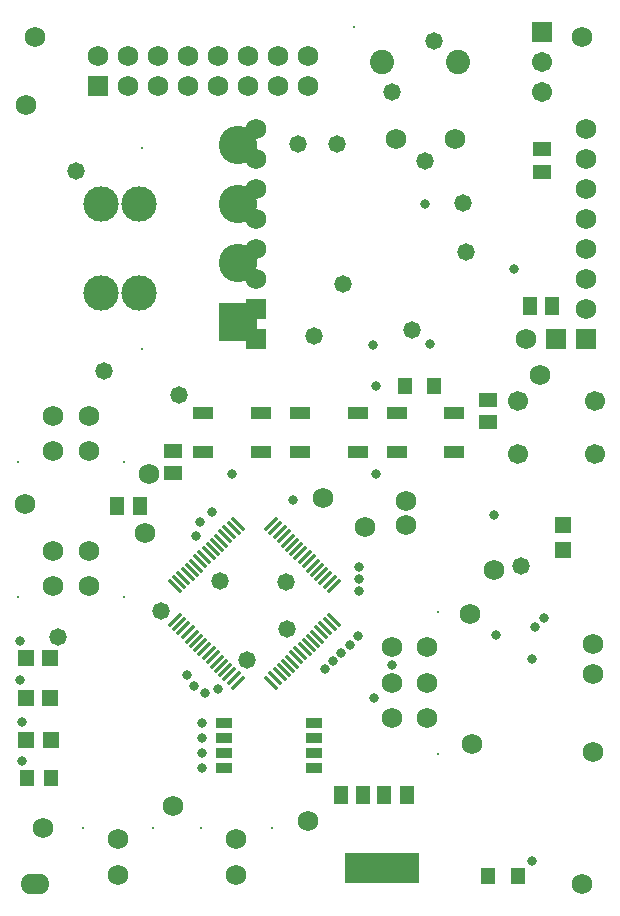
<source format=gts>
G04*
G04 #@! TF.GenerationSoftware,Altium Limited,Altium Designer,19.0.15 (446)*
G04*
G04 Layer_Color=8388736*
%FSLAX25Y25*%
%MOIN*%
G70*
G01*
G75*
%ADD16R,0.25000X0.10000*%
%ADD17R,0.04934X0.06312*%
%ADD18R,0.06312X0.04934*%
%ADD19R,0.06706X0.04343*%
%ADD20R,0.05800X0.03792*%
%ADD21R,0.05524X0.05524*%
G04:AMPARAMS|DCode=22|XSize=61.02mil|YSize=11.81mil|CornerRadius=0mil|HoleSize=0mil|Usage=FLASHONLY|Rotation=135.000|XOffset=0mil|YOffset=0mil|HoleType=Round|Shape=Rectangle|*
%AMROTATEDRECTD22*
4,1,4,0.02575,-0.01740,0.01740,-0.02575,-0.02575,0.01740,-0.01740,0.02575,0.02575,-0.01740,0.0*
%
%ADD22ROTATEDRECTD22*%

G04:AMPARAMS|DCode=23|XSize=61.02mil|YSize=11.81mil|CornerRadius=0mil|HoleSize=0mil|Usage=FLASHONLY|Rotation=45.000|XOffset=0mil|YOffset=0mil|HoleType=Round|Shape=Rectangle|*
%AMROTATEDRECTD23*
4,1,4,-0.01740,-0.02575,-0.02575,-0.01740,0.01740,0.02575,0.02575,0.01740,-0.01740,-0.02575,0.0*
%
%ADD23ROTATEDRECTD23*%

%ADD24R,0.05131X0.05524*%
%ADD25R,0.05131X0.05721*%
%ADD26R,0.05524X0.05524*%
%ADD27R,0.04600X0.04600*%
%ADD28C,0.04600*%
%ADD29C,0.06800*%
%ADD30O,0.09700X0.06800*%
%ADD31C,0.00800*%
%ADD32C,0.11784*%
%ADD33C,0.06698*%
%ADD34C,0.08083*%
%ADD35C,0.06706*%
%ADD36R,0.06706X0.06706*%
%ADD37R,0.12800X0.12800*%
%ADD38C,0.12800*%
%ADD39R,0.06800X0.06800*%
%ADD40C,0.06902*%
%ADD41R,0.06902X0.06902*%
%ADD42C,0.05800*%
%ADD43C,0.03300*%
D16*
X124500Y14216D02*
D03*
D17*
X132740Y38500D02*
D03*
X125260D02*
D03*
X118240D02*
D03*
X110760D02*
D03*
X36260Y135000D02*
D03*
X43740D02*
D03*
X181240Y201500D02*
D03*
X173760D02*
D03*
D18*
X178000Y246260D02*
D03*
Y253740D02*
D03*
X160000Y170240D02*
D03*
Y162760D02*
D03*
X55000Y145760D02*
D03*
Y153240D02*
D03*
D19*
X84146Y153004D02*
D03*
Y165996D02*
D03*
X64854D02*
D03*
Y153004D02*
D03*
X116396D02*
D03*
Y165996D02*
D03*
X97104D02*
D03*
Y153004D02*
D03*
X148646Y153004D02*
D03*
Y165996D02*
D03*
X129354D02*
D03*
Y153004D02*
D03*
D20*
X102000Y62500D02*
D03*
Y57500D02*
D03*
Y52500D02*
D03*
Y47500D02*
D03*
X72000D02*
D03*
Y52500D02*
D03*
Y57500D02*
D03*
Y62500D02*
D03*
D21*
X185000Y128634D02*
D03*
Y120366D02*
D03*
D22*
X55553Y108068D02*
D03*
X56945Y109460D02*
D03*
X58337Y110852D02*
D03*
X59729Y112244D02*
D03*
X61121Y113636D02*
D03*
X62513Y115027D02*
D03*
X63905Y116419D02*
D03*
X65297Y117811D02*
D03*
X66689Y119203D02*
D03*
X68081Y120595D02*
D03*
X69473Y121987D02*
D03*
X70864Y123379D02*
D03*
X72256Y124771D02*
D03*
X73648Y126163D02*
D03*
X75040Y127555D02*
D03*
X76432Y128947D02*
D03*
X108447Y96932D02*
D03*
X107055Y95540D02*
D03*
X105663Y94148D02*
D03*
X104271Y92756D02*
D03*
X102879Y91364D02*
D03*
X101487Y89973D02*
D03*
X100095Y88581D02*
D03*
X98703Y87189D02*
D03*
X97311Y85797D02*
D03*
X95919Y84405D02*
D03*
X94527Y83013D02*
D03*
X93136Y81621D02*
D03*
X91744Y80229D02*
D03*
X90352Y78837D02*
D03*
X88960Y77445D02*
D03*
X87568Y76053D02*
D03*
D23*
Y128947D02*
D03*
X88960Y127555D02*
D03*
X90352Y126163D02*
D03*
X91744Y124771D02*
D03*
X93136Y123379D02*
D03*
X94527Y121987D02*
D03*
X95919Y120595D02*
D03*
X97311Y119203D02*
D03*
X98703Y117811D02*
D03*
X100095Y116419D02*
D03*
X101487Y115027D02*
D03*
X102879Y113636D02*
D03*
X104271Y112244D02*
D03*
X105663Y110852D02*
D03*
X107055Y109460D02*
D03*
X108447Y108068D02*
D03*
X76432Y76053D02*
D03*
X75040Y77445D02*
D03*
X73648Y78837D02*
D03*
X72256Y80229D02*
D03*
X70864Y81621D02*
D03*
X69473Y83013D02*
D03*
X68081Y84405D02*
D03*
X66689Y85797D02*
D03*
X65297Y87189D02*
D03*
X63905Y88581D02*
D03*
X62513Y89973D02*
D03*
X61121Y91364D02*
D03*
X59729Y92756D02*
D03*
X58337Y94148D02*
D03*
X56945Y95540D02*
D03*
X55553Y96932D02*
D03*
D24*
X6036Y44300D02*
D03*
X14303D02*
D03*
D25*
X132079Y175000D02*
D03*
X141921D02*
D03*
X169842Y11500D02*
D03*
X160000D02*
D03*
D26*
X5732Y84300D02*
D03*
X14000D02*
D03*
X5732Y71000D02*
D03*
X14000D02*
D03*
X5866Y57000D02*
D03*
X14134D02*
D03*
D27*
X114500Y11717D02*
D03*
D28*
Y16717D02*
D03*
X119500Y11717D02*
D03*
Y16717D02*
D03*
X124500Y11717D02*
D03*
Y16717D02*
D03*
X129500Y11717D02*
D03*
Y16717D02*
D03*
X134500Y11717D02*
D03*
Y16717D02*
D03*
D29*
X195000Y53000D02*
D03*
Y79000D02*
D03*
Y89000D02*
D03*
X6000Y268500D02*
D03*
X119000Y128000D02*
D03*
X11500Y27500D02*
D03*
X47000Y145500D02*
D03*
X36500Y23811D02*
D03*
Y12000D02*
D03*
X105000Y137500D02*
D03*
X26811Y165012D02*
D03*
Y153201D02*
D03*
X15000Y165012D02*
D03*
Y153201D02*
D03*
X139500Y64189D02*
D03*
X127689D02*
D03*
X139500Y76000D02*
D03*
X127689D02*
D03*
Y87811D02*
D03*
X139500D02*
D03*
X26811Y120000D02*
D03*
Y108189D02*
D03*
X15000Y120000D02*
D03*
Y108189D02*
D03*
X154500Y55500D02*
D03*
X154000Y99000D02*
D03*
X5500Y135500D02*
D03*
X191100Y291100D02*
D03*
Y8900D02*
D03*
X8900Y291100D02*
D03*
X132500Y136500D02*
D03*
Y128500D02*
D03*
X76000Y12000D02*
D03*
Y23811D02*
D03*
X45500Y126000D02*
D03*
X129300Y257100D02*
D03*
X149000D02*
D03*
X172500Y190600D02*
D03*
X192500Y200600D02*
D03*
Y210600D02*
D03*
Y220600D02*
D03*
Y230600D02*
D03*
Y240600D02*
D03*
Y250600D02*
D03*
Y260600D02*
D03*
X82500D02*
D03*
Y250600D02*
D03*
Y240600D02*
D03*
Y230600D02*
D03*
Y220600D02*
D03*
Y210600D02*
D03*
X100000Y30000D02*
D03*
X55000Y35000D02*
D03*
X177300Y178500D02*
D03*
X162000Y113500D02*
D03*
D30*
X8900Y8900D02*
D03*
D31*
X48311Y27512D02*
D03*
X24689D02*
D03*
X44484Y187311D02*
D03*
Y254201D02*
D03*
X38622Y149500D02*
D03*
X3189D02*
D03*
X143201Y52378D02*
D03*
Y99622D02*
D03*
X38622Y104488D02*
D03*
X3189D02*
D03*
X115157Y294496D02*
D03*
X64189Y27512D02*
D03*
X87811D02*
D03*
D32*
X43500Y235500D02*
D03*
X30980D02*
D03*
X43500Y206012D02*
D03*
X30980D02*
D03*
D33*
X170000Y170000D02*
D03*
X195590D02*
D03*
X170000Y152284D02*
D03*
X195590D02*
D03*
D34*
X150000Y283000D02*
D03*
X124409D02*
D03*
D35*
X178000Y273000D02*
D03*
Y283000D02*
D03*
D36*
Y293000D02*
D03*
D37*
X76500Y196100D02*
D03*
D38*
Y215800D02*
D03*
Y235500D02*
D03*
Y255200D02*
D03*
D39*
X182500Y190600D02*
D03*
X192500D02*
D03*
X82500Y200600D02*
D03*
Y190600D02*
D03*
D40*
X100000Y275000D02*
D03*
X90000D02*
D03*
X80000D02*
D03*
X70000D02*
D03*
X60000D02*
D03*
X50000D02*
D03*
X40000D02*
D03*
X100000Y285000D02*
D03*
X90000D02*
D03*
X80000D02*
D03*
X70000D02*
D03*
X60000D02*
D03*
X50000D02*
D03*
X40000D02*
D03*
X30000D02*
D03*
D41*
Y275000D02*
D03*
D42*
X32000Y180000D02*
D03*
X22500Y246500D02*
D03*
X142000Y290000D02*
D03*
X139000Y250000D02*
D03*
X151500Y236000D02*
D03*
X102000Y191500D02*
D03*
X127689Y273000D02*
D03*
X109500Y255500D02*
D03*
X96500D02*
D03*
X56945Y172000D02*
D03*
X50750Y100000D02*
D03*
X134500Y193500D02*
D03*
X79500Y83500D02*
D03*
X70500Y110000D02*
D03*
X171000Y115000D02*
D03*
X93000Y94000D02*
D03*
X16536Y91300D02*
D03*
X92500Y109500D02*
D03*
X111500Y209000D02*
D03*
X152500Y219500D02*
D03*
D43*
X74500Y145500D02*
D03*
X122500Y175000D02*
D03*
Y145500D02*
D03*
X95000Y136736D02*
D03*
X70000Y74000D02*
D03*
X128000Y82000D02*
D03*
X175500Y94500D02*
D03*
X65500Y72500D02*
D03*
X122000Y71000D02*
D03*
X174500Y84000D02*
D03*
X116500Y91432D02*
D03*
X64539Y47461D02*
D03*
Y52461D02*
D03*
Y57461D02*
D03*
X64500Y62500D02*
D03*
X4000Y90000D02*
D03*
X178500Y97500D02*
D03*
X4000Y77000D02*
D03*
X4500Y63000D02*
D03*
X174500Y16500D02*
D03*
X168500Y213932D02*
D03*
X4500Y50000D02*
D03*
X162500Y91740D02*
D03*
X117000Y110500D02*
D03*
X59461Y78539D02*
D03*
X62000Y75000D02*
D03*
X162000Y132000D02*
D03*
X117000Y114500D02*
D03*
X139000Y235500D02*
D03*
X62500Y125000D02*
D03*
X64000Y129500D02*
D03*
X68000Y133000D02*
D03*
X117000Y106500D02*
D03*
X113711Y88711D02*
D03*
X111000Y86000D02*
D03*
X108289Y83289D02*
D03*
X105579Y80579D02*
D03*
X140500Y189000D02*
D03*
X121500Y188500D02*
D03*
M02*

</source>
